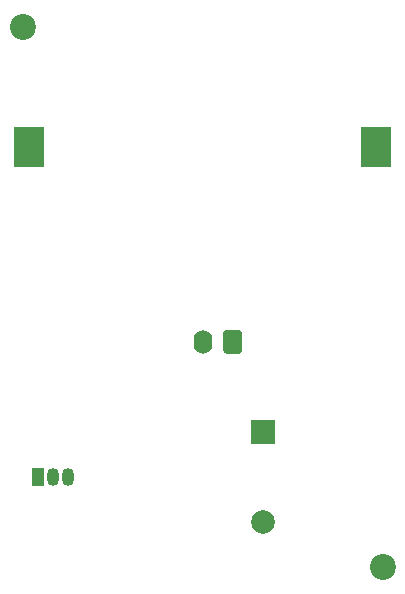
<source format=gbr>
%TF.GenerationSoftware,KiCad,Pcbnew,(5.1.7)-1*%
%TF.CreationDate,2020-12-06T23:53:20-03:00*%
%TF.ProjectId,PrimerProyecto,5072696d-6572-4507-926f-796563746f2e,rev?*%
%TF.SameCoordinates,Original*%
%TF.FileFunction,Soldermask,Top*%
%TF.FilePolarity,Negative*%
%FSLAX46Y46*%
G04 Gerber Fmt 4.6, Leading zero omitted, Abs format (unit mm)*
G04 Created by KiCad (PCBNEW (5.1.7)-1) date 2020-12-06 23:53:20*
%MOMM*%
%LPD*%
G01*
G04 APERTURE LIST*
%ADD10O,1.050000X1.500000*%
%ADD11R,1.050000X1.500000*%
%ADD12C,2.200000*%
%ADD13R,2.540000X3.510000*%
%ADD14R,2.000000X2.000000*%
%ADD15C,2.000000*%
%ADD16O,1.600000X2.000000*%
G04 APERTURE END LIST*
D10*
%TO.C,Q2*%
X115570000Y-100330000D03*
X116840000Y-100330000D03*
D11*
X114300000Y-100330000D03*
%TD*%
D12*
%TO.C,REF\u002A\u002A*%
X143510000Y-107950000D03*
%TD*%
%TO.C,REF\u002A\u002A*%
X113030000Y-62230000D03*
%TD*%
D13*
%TO.C,BT1*%
X113590000Y-72390000D03*
X142950000Y-72390000D03*
%TD*%
D14*
%TO.C,BZ1*%
X133350000Y-96520000D03*
D15*
X133350000Y-104120000D03*
%TD*%
D16*
%TO.C,Q1*%
X128270000Y-88900000D03*
G36*
G01*
X130259600Y-87900000D02*
X131360400Y-87900000D01*
G75*
G02*
X131610000Y-88149600I0J-249600D01*
G01*
X131610000Y-89650400D01*
G75*
G02*
X131360400Y-89900000I-249600J0D01*
G01*
X130259600Y-89900000D01*
G75*
G02*
X130010000Y-89650400I0J249600D01*
G01*
X130010000Y-88149600D01*
G75*
G02*
X130259600Y-87900000I249600J0D01*
G01*
G37*
%TD*%
M02*

</source>
